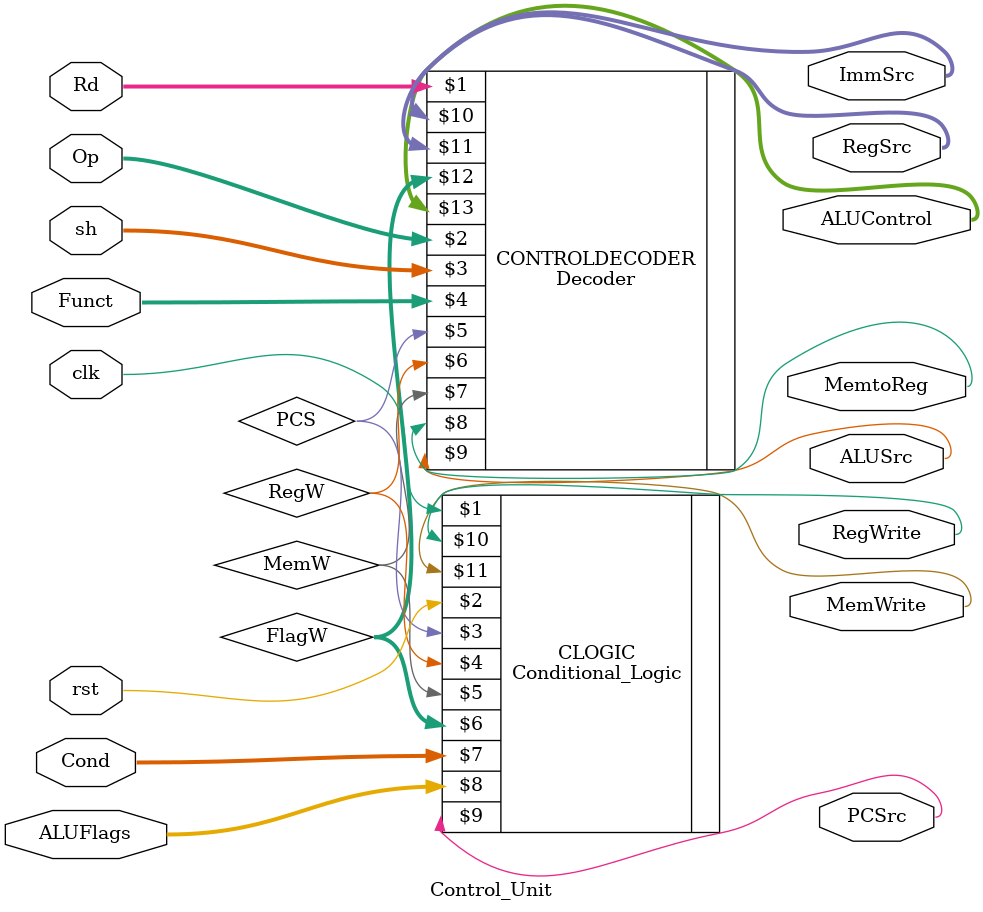
<source format=sv>
module Control_Unit(input logic clk, rst,
						  input logic [3:0] Rd,
						  input logic [1:0] Op, sh,
						  input logic [5:0] Funct,
						  input logic [3:0] Cond, ALUFlags,
						  output logic MemtoReg, ALUSrc,
						  output logic [1:0] ImmSrc, 
						  output logic [2:0] RegSrc,
						  output logic [3:0] ALUControl,
						  output logic PCSrc, RegWrite, MemWrite);

	logic [1:0] FlagW;
	logic PCS, RegW, MemW;
	
	Decoder CONTROLDECODER(Rd, Op, sh, Funct, PCS, RegW, MemW, MemtoReg,
								  ALUSrc, ImmSrc, RegSrc, FlagW, ALUControl);
								  
	Conditional_Logic CLOGIC(clk, rst, PCS, RegW, MemW, FlagW, Cond,
									 ALUFlags, PCSrc, RegWrite, MemWrite);
						  
						  
endmodule 
</source>
